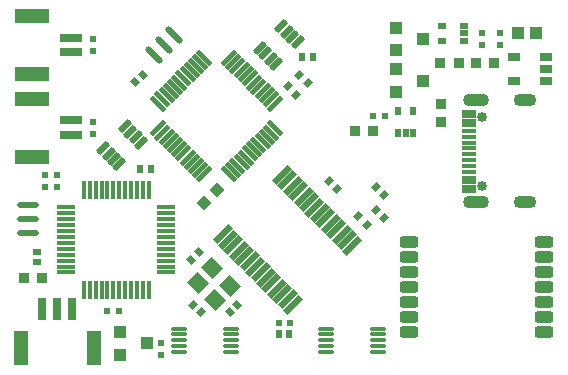
<source format=gts>
G04*
G04 #@! TF.GenerationSoftware,Altium Limited,Altium Designer,20.0.13 (296)*
G04*
G04 Layer_Color=8388736*
%FSLAX44Y44*%
%MOMM*%
G71*
G01*
G75*
G04:AMPARAMS|DCode=50|XSize=0.5mm|YSize=0.65mm|CornerRadius=0mm|HoleSize=0mm|Usage=FLASHONLY|Rotation=45.000|XOffset=0mm|YOffset=0mm|HoleType=Round|Shape=Rectangle|*
%AMROTATEDRECTD50*
4,1,4,0.0530,-0.4066,-0.4066,0.0530,-0.0530,0.4066,0.4066,-0.0530,0.0530,-0.4066,0.0*
%
%ADD50ROTATEDRECTD50*%

G04:AMPARAMS|DCode=51|XSize=0.5mm|YSize=0.65mm|CornerRadius=0mm|HoleSize=0mm|Usage=FLASHONLY|Rotation=135.000|XOffset=0mm|YOffset=0mm|HoleType=Round|Shape=Rectangle|*
%AMROTATEDRECTD51*
4,1,4,0.4066,0.0530,-0.0530,-0.4066,-0.4066,-0.0530,0.0530,0.4066,0.4066,0.0530,0.0*
%
%ADD51ROTATEDRECTD51*%

G04:AMPARAMS|DCode=52|XSize=1.4mm|YSize=1.3mm|CornerRadius=0mm|HoleSize=0mm|Usage=FLASHONLY|Rotation=135.000|XOffset=0mm|YOffset=0mm|HoleType=Round|Shape=Rectangle|*
%AMROTATEDRECTD52*
4,1,4,0.9546,-0.0354,0.0354,-0.9546,-0.9546,0.0354,-0.0354,0.9546,0.9546,-0.0354,0.0*
%
%ADD52ROTATEDRECTD52*%

%ADD53R,3.0000X1.2000*%
%ADD54R,1.9000X0.8000*%
%ADD55R,0.5000X0.6500*%
G04:AMPARAMS|DCode=56|XSize=0.55mm|YSize=0.6mm|CornerRadius=0mm|HoleSize=0mm|Usage=FLASHONLY|Rotation=45.000|XOffset=0mm|YOffset=0mm|HoleType=Round|Shape=Rectangle|*
%AMROTATEDRECTD56*
4,1,4,0.0177,-0.4066,-0.4066,0.0177,-0.0177,0.4066,0.4066,-0.0177,0.0177,-0.4066,0.0*
%
%ADD56ROTATEDRECTD56*%

G04:AMPARAMS|DCode=57|XSize=0.85mm|YSize=0.95mm|CornerRadius=0mm|HoleSize=0mm|Usage=FLASHONLY|Rotation=225.000|XOffset=0mm|YOffset=0mm|HoleType=Round|Shape=Rectangle|*
%AMROTATEDRECTD57*
4,1,4,-0.0354,0.6364,0.6364,-0.0354,0.0354,-0.6364,-0.6364,0.0354,-0.0354,0.6364,0.0*
%
%ADD57ROTATEDRECTD57*%

%ADD58R,0.8500X0.9500*%
%ADD59R,0.6500X0.5000*%
%ADD60R,0.6000X0.5500*%
%ADD61R,0.5500X0.6000*%
%ADD62R,0.9500X0.8500*%
%ADD63R,1.0100X1.0100*%
G04:AMPARAMS|DCode=64|XSize=0.55mm|YSize=0.6mm|CornerRadius=0mm|HoleSize=0mm|Usage=FLASHONLY|Rotation=315.000|XOffset=0mm|YOffset=0mm|HoleType=Round|Shape=Rectangle|*
%AMROTATEDRECTD64*
4,1,4,-0.4066,-0.0177,0.0177,0.4066,0.4066,0.0177,-0.0177,-0.4066,-0.4066,-0.0177,0.0*
%
%ADD64ROTATEDRECTD64*%

G04:AMPARAMS|DCode=65|XSize=1.1mm|YSize=0.7mm|CornerRadius=0.125mm|HoleSize=0mm|Usage=FLASHONLY|Rotation=180.000|XOffset=0mm|YOffset=0mm|HoleType=Round|Shape=RoundedRectangle|*
%AMROUNDEDRECTD65*
21,1,1.1000,0.4500,0,0,180.0*
21,1,0.8500,0.7000,0,0,180.0*
1,1,0.2500,-0.4250,0.2250*
1,1,0.2500,0.4250,0.2250*
1,1,0.2500,0.4250,-0.2250*
1,1,0.2500,-0.4250,-0.2250*
%
%ADD65ROUNDEDRECTD65*%
G04:AMPARAMS|DCode=66|XSize=1.09mm|YSize=0.7mm|CornerRadius=0.125mm|HoleSize=0mm|Usage=FLASHONLY|Rotation=180.000|XOffset=0mm|YOffset=0mm|HoleType=Round|Shape=RoundedRectangle|*
%AMROUNDEDRECTD66*
21,1,1.0900,0.4500,0,0,180.0*
21,1,0.8400,0.7000,0,0,180.0*
1,1,0.2500,-0.4200,0.2250*
1,1,0.2500,0.4200,0.2250*
1,1,0.2500,0.4200,-0.2250*
1,1,0.2500,-0.4200,-0.2250*
%
%ADD66ROUNDEDRECTD66*%
%ADD67R,0.7500X0.5000*%
%ADD68R,0.5000X0.7500*%
%ADD69R,1.0000X1.0000*%
%ADD70R,1.5750X0.4000*%
%ADD71R,0.4000X1.5750*%
G04:AMPARAMS|DCode=72|XSize=1.575mm|YSize=0.4mm|CornerRadius=0mm|HoleSize=0mm|Usage=FLASHONLY|Rotation=315.000|XOffset=0mm|YOffset=0mm|HoleType=Round|Shape=Rectangle|*
%AMROTATEDRECTD72*
4,1,4,-0.6983,0.4154,-0.4154,0.6983,0.6983,-0.4154,0.4154,-0.6983,-0.6983,0.4154,0.0*
%
%ADD72ROTATEDRECTD72*%

G04:AMPARAMS|DCode=73|XSize=1.575mm|YSize=0.4mm|CornerRadius=0mm|HoleSize=0mm|Usage=FLASHONLY|Rotation=45.000|XOffset=0mm|YOffset=0mm|HoleType=Round|Shape=Rectangle|*
%AMROTATEDRECTD73*
4,1,4,-0.4154,-0.6983,-0.6983,-0.4154,0.4154,0.6983,0.6983,0.4154,-0.4154,-0.6983,0.0*
%
%ADD73ROTATEDRECTD73*%

G04:AMPARAMS|DCode=74|XSize=1.6mm|YSize=1mm|CornerRadius=0.275mm|HoleSize=0mm|Usage=FLASHONLY|Rotation=180.000|XOffset=0mm|YOffset=0mm|HoleType=Round|Shape=RoundedRectangle|*
%AMROUNDEDRECTD74*
21,1,1.6000,0.4500,0,0,180.0*
21,1,1.0500,1.0000,0,0,180.0*
1,1,0.5500,-0.5250,0.2250*
1,1,0.5500,0.5250,0.2250*
1,1,0.5500,0.5250,-0.2250*
1,1,0.5500,-0.5250,-0.2250*
%
%ADD74ROUNDEDRECTD74*%
G04:AMPARAMS|DCode=75|XSize=1.3mm|YSize=0.4mm|CornerRadius=0.125mm|HoleSize=0mm|Usage=FLASHONLY|Rotation=0.000|XOffset=0mm|YOffset=0mm|HoleType=Round|Shape=RoundedRectangle|*
%AMROUNDEDRECTD75*
21,1,1.3000,0.1500,0,0,0.0*
21,1,1.0500,0.4000,0,0,0.0*
1,1,0.2500,0.5250,-0.0750*
1,1,0.2500,-0.5250,-0.0750*
1,1,0.2500,-0.5250,0.0750*
1,1,0.2500,0.5250,0.0750*
%
%ADD75ROUNDEDRECTD75*%
G04:AMPARAMS|DCode=76|XSize=1.8mm|YSize=0.5mm|CornerRadius=0.15mm|HoleSize=0mm|Usage=FLASHONLY|Rotation=0.000|XOffset=0mm|YOffset=0mm|HoleType=Round|Shape=RoundedRectangle|*
%AMROUNDEDRECTD76*
21,1,1.8000,0.2000,0,0,0.0*
21,1,1.5000,0.5000,0,0,0.0*
1,1,0.3000,0.7500,-0.1000*
1,1,0.3000,-0.7500,-0.1000*
1,1,0.3000,-0.7500,0.1000*
1,1,0.3000,0.7500,0.1000*
%
%ADD76ROUNDEDRECTD76*%
G04:AMPARAMS|DCode=77|XSize=1.8mm|YSize=0.5mm|CornerRadius=0.15mm|HoleSize=0mm|Usage=FLASHONLY|Rotation=315.000|XOffset=0mm|YOffset=0mm|HoleType=Round|Shape=RoundedRectangle|*
%AMROUNDEDRECTD77*
21,1,1.8000,0.2000,0,0,315.0*
21,1,1.5000,0.5000,0,0,315.0*
1,1,0.3000,0.4596,-0.6010*
1,1,0.3000,-0.6010,0.4596*
1,1,0.3000,-0.4596,0.6010*
1,1,0.3000,0.6010,-0.4596*
%
%ADD77ROUNDEDRECTD77*%
%ADD78R,1.2000X3.0000*%
%ADD79R,0.8000X1.9000*%
G04:AMPARAMS|DCode=80|XSize=1.2mm|YSize=0.55mm|CornerRadius=0.1063mm|HoleSize=0mm|Usage=FLASHONLY|Rotation=45.000|XOffset=0mm|YOffset=0mm|HoleType=Round|Shape=RoundedRectangle|*
%AMROUNDEDRECTD80*
21,1,1.2000,0.3375,0,0,45.0*
21,1,0.9875,0.5500,0,0,45.0*
1,1,0.2125,0.4685,0.2298*
1,1,0.2125,-0.2298,-0.4685*
1,1,0.2125,-0.4685,-0.2298*
1,1,0.2125,0.2298,0.4685*
%
%ADD80ROUNDEDRECTD80*%
%ADD81R,1.2500X0.4000*%
%ADD82R,1.2500X0.7000*%
G04:AMPARAMS|DCode=83|XSize=1.9mm|YSize=0.55mm|CornerRadius=0mm|HoleSize=0mm|Usage=FLASHONLY|Rotation=45.000|XOffset=0mm|YOffset=0mm|HoleType=Round|Shape=Rectangle|*
%AMROTATEDRECTD83*
4,1,4,-0.4773,-0.8662,-0.8662,-0.4773,0.4773,0.8662,0.8662,0.4773,-0.4773,-0.8662,0.0*
%
%ADD83ROTATEDRECTD83*%

%ADD84O,2.1987X1.1000*%
%ADD85O,1.8987X1.1000*%
%ADD86C,0.8500*%
D50*
X192750Y55000D02*
D03*
X186386Y48636D02*
D03*
X106386Y243636D02*
D03*
X112750Y250000D02*
D03*
D51*
X155250Y55000D02*
D03*
X161614Y48636D02*
D03*
X310250Y135000D02*
D03*
X316614Y128636D02*
D03*
D52*
X159315Y73914D02*
D03*
X174164Y59065D02*
D03*
X186185Y71086D02*
D03*
X171336Y85935D02*
D03*
D53*
X18500Y299750D02*
D03*
Y250250D02*
D03*
Y229750D02*
D03*
Y180250D02*
D03*
D54*
X52000Y281250D02*
D03*
Y268750D02*
D03*
Y211250D02*
D03*
Y198750D02*
D03*
D55*
X119250Y170000D02*
D03*
X110250D02*
D03*
X256750Y265000D02*
D03*
X247750D02*
D03*
X227750Y30000D02*
D03*
X236750D02*
D03*
D56*
X160250Y100000D02*
D03*
X153179Y92929D02*
D03*
D57*
X164290Y141540D02*
D03*
X175250Y152500D02*
D03*
D58*
X12250Y77500D02*
D03*
X27750D02*
D03*
X394750Y260000D02*
D03*
X410250D02*
D03*
X380250D02*
D03*
X364750D02*
D03*
X292250Y202500D02*
D03*
X307750D02*
D03*
D59*
X22750Y91000D02*
D03*
Y100000D02*
D03*
D60*
X127750Y22500D02*
D03*
Y12500D02*
D03*
X415250Y285000D02*
D03*
Y275000D02*
D03*
X400250Y285000D02*
D03*
Y275000D02*
D03*
X70250Y200000D02*
D03*
Y210000D02*
D03*
Y270000D02*
D03*
Y280000D02*
D03*
D61*
X92750Y50000D02*
D03*
X82750D02*
D03*
X40250Y155000D02*
D03*
X30250D02*
D03*
Y165000D02*
D03*
X40250D02*
D03*
X227750Y40000D02*
D03*
X237750D02*
D03*
X317750Y215000D02*
D03*
X307750D02*
D03*
D62*
X365250Y225500D02*
D03*
Y210000D02*
D03*
D63*
X327390Y289520D02*
D03*
Y270480D02*
D03*
X350250Y280000D02*
D03*
X327390Y254520D02*
D03*
Y235480D02*
D03*
X350250Y245000D02*
D03*
X93820Y32020D02*
D03*
Y12980D02*
D03*
X116680Y22500D02*
D03*
D64*
X252321Y242929D02*
D03*
X245250Y250000D02*
D03*
X235250Y240000D02*
D03*
X242321Y232929D02*
D03*
X295250Y130000D02*
D03*
X302321Y122929D02*
D03*
X270250Y160000D02*
D03*
X277321Y152929D02*
D03*
X317321Y147929D02*
D03*
X310250Y155000D02*
D03*
D65*
X453750Y265000D02*
D03*
Y245000D02*
D03*
X426750Y265000D02*
D03*
Y245000D02*
D03*
D66*
X453750Y255000D02*
D03*
D67*
X384750Y291500D02*
D03*
Y278500D02*
D03*
Y285000D02*
D03*
X365750Y278500D02*
D03*
Y291500D02*
D03*
D68*
X341750Y200500D02*
D03*
X328750D02*
D03*
X335250D02*
D03*
X328750Y219500D02*
D03*
X341750D02*
D03*
D69*
X445250Y285000D02*
D03*
X430250D02*
D03*
D70*
X47870Y137500D02*
D03*
Y132500D02*
D03*
Y127500D02*
D03*
Y122500D02*
D03*
Y117500D02*
D03*
Y112500D02*
D03*
Y107500D02*
D03*
Y102500D02*
D03*
Y97500D02*
D03*
Y92500D02*
D03*
Y87500D02*
D03*
Y82500D02*
D03*
X132630D02*
D03*
Y87500D02*
D03*
Y92500D02*
D03*
Y97500D02*
D03*
Y102500D02*
D03*
Y107500D02*
D03*
Y112500D02*
D03*
Y117500D02*
D03*
Y122500D02*
D03*
Y127500D02*
D03*
Y132500D02*
D03*
Y137500D02*
D03*
D71*
X62750Y67620D02*
D03*
X67750D02*
D03*
X72750D02*
D03*
X77750D02*
D03*
X82750D02*
D03*
X87750D02*
D03*
X92750D02*
D03*
X97750D02*
D03*
X102750D02*
D03*
X107750D02*
D03*
X112750D02*
D03*
X117750D02*
D03*
Y152380D02*
D03*
X112750D02*
D03*
X107750D02*
D03*
X102750D02*
D03*
X97750D02*
D03*
X92750D02*
D03*
X87750D02*
D03*
X82750D02*
D03*
X77750D02*
D03*
X72750D02*
D03*
X67750D02*
D03*
X62750D02*
D03*
D72*
X164728Y264413D02*
D03*
X161193Y260877D02*
D03*
X157657Y257341D02*
D03*
X154122Y253806D02*
D03*
X150586Y250271D02*
D03*
X147051Y246735D02*
D03*
X143515Y243199D02*
D03*
X139979Y239664D02*
D03*
X136444Y236128D02*
D03*
X132908Y232593D02*
D03*
X129373Y229057D02*
D03*
X125837Y225522D02*
D03*
X185772Y165587D02*
D03*
X189307Y169123D02*
D03*
X192843Y172659D02*
D03*
X196378Y176194D02*
D03*
X199914Y179729D02*
D03*
X203449Y183265D02*
D03*
X206985Y186801D02*
D03*
X210520Y190336D02*
D03*
X214056Y193872D02*
D03*
X217591Y197407D02*
D03*
X221127Y200943D02*
D03*
X224663Y204478D02*
D03*
D73*
X125837D02*
D03*
X129373Y200943D02*
D03*
X132908Y197407D02*
D03*
X136444Y193872D02*
D03*
X139979Y190336D02*
D03*
X143515Y186801D02*
D03*
X147051Y183265D02*
D03*
X150586Y179729D02*
D03*
X154122Y176194D02*
D03*
X157657Y172659D02*
D03*
X161193Y169123D02*
D03*
X164728Y165587D02*
D03*
X224663Y225522D02*
D03*
X221127Y229057D02*
D03*
X217591Y232593D02*
D03*
X214056Y236128D02*
D03*
X210520Y239664D02*
D03*
X206985Y243199D02*
D03*
X203449Y246735D02*
D03*
X199914Y250271D02*
D03*
X196378Y253806D02*
D03*
X192843Y257341D02*
D03*
X189307Y260877D02*
D03*
X185772Y264413D02*
D03*
D74*
X337750Y70000D02*
D03*
Y57300D02*
D03*
Y44600D02*
D03*
Y31900D02*
D03*
Y82700D02*
D03*
Y95400D02*
D03*
Y108100D02*
D03*
X452750Y70000D02*
D03*
Y57300D02*
D03*
Y44600D02*
D03*
Y31900D02*
D03*
Y82700D02*
D03*
Y95400D02*
D03*
Y108100D02*
D03*
D75*
X312000Y15000D02*
D03*
X268000Y35000D02*
D03*
Y30000D02*
D03*
Y25000D02*
D03*
Y20000D02*
D03*
X312000D02*
D03*
Y25000D02*
D03*
Y30000D02*
D03*
Y35000D02*
D03*
X268000Y15000D02*
D03*
X143250Y35000D02*
D03*
X187250Y15000D02*
D03*
Y20000D02*
D03*
Y25000D02*
D03*
Y30000D02*
D03*
X143250D02*
D03*
Y25000D02*
D03*
Y20000D02*
D03*
Y15000D02*
D03*
X187250Y35000D02*
D03*
D76*
X15250Y139500D02*
D03*
Y127500D02*
D03*
Y115500D02*
D03*
D77*
X138735Y283485D02*
D03*
X130250Y275000D02*
D03*
X121765Y266515D02*
D03*
D78*
X9250Y18250D02*
D03*
X71250D02*
D03*
D79*
X27750Y51750D02*
D03*
X52750D02*
D03*
X40250Y51750D02*
D03*
D80*
X97548Y206087D02*
D03*
X102144Y201490D02*
D03*
X106741Y196894D02*
D03*
X92952Y173913D02*
D03*
X79163Y187702D02*
D03*
X83759Y183106D02*
D03*
X88356Y178510D02*
D03*
X111337Y192298D02*
D03*
X230048Y291087D02*
D03*
X234644Y286490D02*
D03*
X239240Y281894D02*
D03*
X225452Y258913D02*
D03*
X211663Y272702D02*
D03*
X216259Y268106D02*
D03*
X220856Y263510D02*
D03*
X243837Y277298D02*
D03*
D81*
X389125Y167500D02*
D03*
Y172500D02*
D03*
Y177500D02*
D03*
Y182500D02*
D03*
Y187500D02*
D03*
Y192500D02*
D03*
Y197500D02*
D03*
Y202500D02*
D03*
D82*
X389125Y209000D02*
D03*
X389125Y217000D02*
D03*
Y161000D02*
D03*
Y153000D02*
D03*
D83*
X180272Y114773D02*
D03*
X184869Y110177D02*
D03*
X189465Y105581D02*
D03*
X194061Y100984D02*
D03*
X198657Y96388D02*
D03*
X203253Y91792D02*
D03*
X207850Y87196D02*
D03*
X212446Y82600D02*
D03*
X217042Y78003D02*
D03*
X221638Y73407D02*
D03*
X226234Y68811D02*
D03*
X230831Y64215D02*
D03*
X235427Y59619D02*
D03*
X240023Y55022D02*
D03*
X290228Y105227D02*
D03*
X285631Y109823D02*
D03*
X281035Y114419D02*
D03*
X276439Y119016D02*
D03*
X271843Y123612D02*
D03*
X267247Y128208D02*
D03*
X262650Y132804D02*
D03*
X258054Y137400D02*
D03*
X253458Y141997D02*
D03*
X248862Y146593D02*
D03*
X244266Y151189D02*
D03*
X239669Y155785D02*
D03*
X235073Y160381D02*
D03*
X230477Y164978D02*
D03*
D84*
X394875Y141799D02*
D03*
X394876Y228200D02*
D03*
D85*
X436375Y141801D02*
D03*
X436376Y228201D02*
D03*
D86*
X399874Y156100D02*
D03*
Y213901D02*
D03*
M02*

</source>
